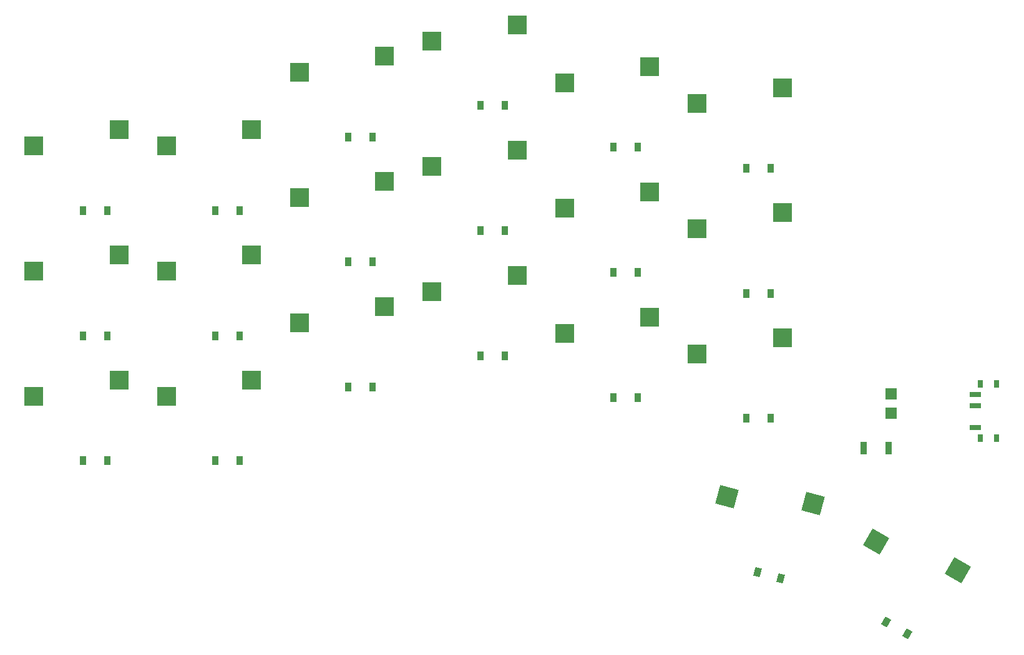
<source format=gbr>
%TF.GenerationSoftware,KiCad,Pcbnew,(7.0.0-0)*%
%TF.CreationDate,2023-02-19T20:14:33+01:00*%
%TF.ProjectId,karlkb_6x3,6b61726c-6b62-45f3-9678-332e6b696361,v0.1*%
%TF.SameCoordinates,Original*%
%TF.FileFunction,Paste,Top*%
%TF.FilePolarity,Positive*%
%FSLAX46Y46*%
G04 Gerber Fmt 4.6, Leading zero omitted, Abs format (unit mm)*
G04 Created by KiCad (PCBNEW (7.0.0-0)) date 2023-02-19 20:14:33*
%MOMM*%
%LPD*%
G01*
G04 APERTURE LIST*
G04 Aperture macros list*
%AMRotRect*
0 Rectangle, with rotation*
0 The origin of the aperture is its center*
0 $1 length*
0 $2 width*
0 $3 Rotation angle, in degrees counterclockwise*
0 Add horizontal line*
21,1,$1,$2,0,0,$3*%
G04 Aperture macros list end*
%ADD10R,2.600000X2.600000*%
%ADD11RotRect,2.600000X2.600000X345.000000*%
%ADD12RotRect,2.600000X2.600000X330.000000*%
%ADD13R,0.900000X1.200000*%
%ADD14RotRect,0.900000X1.200000X345.000000*%
%ADD15RotRect,0.900000X1.200000X330.000000*%
%ADD16R,1.500000X1.500000*%
%ADD17R,1.500000X0.700000*%
%ADD18R,0.800000X1.000000*%
%ADD19R,0.900000X1.700000*%
G04 APERTURE END LIST*
D10*
%TO.C,S1*%
X153274999Y-144049999D03*
X141724999Y-146249999D03*
%TD*%
%TO.C,S2*%
X153274999Y-127049999D03*
X141724999Y-129249999D03*
%TD*%
%TO.C,S3*%
X153274999Y-110049999D03*
X141724999Y-112249999D03*
%TD*%
%TO.C,S4*%
X171274999Y-144049999D03*
X159724999Y-146249999D03*
%TD*%
%TO.C,S5*%
X171274999Y-127049999D03*
X159724999Y-129249999D03*
%TD*%
%TO.C,S6*%
X171274999Y-110049999D03*
X159724999Y-112249999D03*
%TD*%
%TO.C,S7*%
X189274999Y-134049999D03*
X177724999Y-136249999D03*
%TD*%
%TO.C,S8*%
X189274999Y-117049999D03*
X177724999Y-119249999D03*
%TD*%
%TO.C,S9*%
X189274999Y-100049999D03*
X177724999Y-102249999D03*
%TD*%
%TO.C,S10*%
X207274999Y-129799999D03*
X195724999Y-131999999D03*
%TD*%
%TO.C,S11*%
X207274999Y-112799999D03*
X195724999Y-114999999D03*
%TD*%
%TO.C,S12*%
X207274999Y-95799999D03*
X195724999Y-97999999D03*
%TD*%
%TO.C,S13*%
X225274999Y-135466666D03*
X213724999Y-137666666D03*
%TD*%
%TO.C,S14*%
X225274999Y-118466666D03*
X213724999Y-120666666D03*
%TD*%
%TO.C,S15*%
X225274999Y-101466666D03*
X213724999Y-103666666D03*
%TD*%
%TO.C,S16*%
X243274999Y-138299999D03*
X231724999Y-140499999D03*
%TD*%
%TO.C,S17*%
X243274999Y-121299999D03*
X231724999Y-123499999D03*
%TD*%
%TO.C,S18*%
X243274999Y-104299999D03*
X231724999Y-106499999D03*
%TD*%
D11*
%TO.C,S19*%
X247476658Y-160785227D03*
X235750813Y-159920904D03*
%TD*%
D12*
%TO.C,S20*%
X267122110Y-169848027D03*
X256019517Y-165978283D03*
%TD*%
D13*
%TO.C,D1*%
X148349999Y-154999999D03*
X151649999Y-154999999D03*
%TD*%
%TO.C,D2*%
X148349999Y-137999999D03*
X151649999Y-137999999D03*
%TD*%
%TO.C,D3*%
X148349999Y-120999999D03*
X151649999Y-120999999D03*
%TD*%
%TO.C,D4*%
X166349999Y-154999999D03*
X169649999Y-154999999D03*
%TD*%
%TO.C,D5*%
X166349999Y-137999999D03*
X169649999Y-137999999D03*
%TD*%
%TO.C,D6*%
X166349999Y-120999999D03*
X169649999Y-120999999D03*
%TD*%
%TO.C,D7*%
X184349999Y-144999999D03*
X187649999Y-144999999D03*
%TD*%
%TO.C,D8*%
X184349999Y-127999999D03*
X187649999Y-127999999D03*
%TD*%
%TO.C,D9*%
X184349999Y-110999999D03*
X187649999Y-110999999D03*
%TD*%
%TO.C,D10*%
X202349999Y-140749999D03*
X205649999Y-140749999D03*
%TD*%
%TO.C,D11*%
X202349999Y-123749999D03*
X205649999Y-123749999D03*
%TD*%
%TO.C,D12*%
X202349999Y-106749999D03*
X205649999Y-106749999D03*
%TD*%
%TO.C,D13*%
X220349999Y-146416666D03*
X223649999Y-146416666D03*
%TD*%
%TO.C,D14*%
X220349999Y-129416666D03*
X223649999Y-129416666D03*
%TD*%
%TO.C,D15*%
X220349999Y-112416666D03*
X223649999Y-112416666D03*
%TD*%
%TO.C,D16*%
X238349999Y-149249999D03*
X241649999Y-149249999D03*
%TD*%
%TO.C,D17*%
X238349999Y-132249999D03*
X241649999Y-132249999D03*
%TD*%
%TO.C,D18*%
X238349999Y-115249999D03*
X241649999Y-115249999D03*
%TD*%
D14*
%TO.C,D19*%
X239885405Y-170087431D03*
X243072961Y-170941533D03*
%TD*%
D15*
%TO.C,D20*%
X257381935Y-176868505D03*
X260239819Y-178518505D03*
%TD*%
D16*
%TO.C,PAD1*%
X257999999Y-145949999D03*
%TD*%
%TO.C,PAD2*%
X257999999Y-148549999D03*
%TD*%
D17*
%TO.C,_3*%
X269469999Y-150499999D03*
X269469999Y-147499999D03*
X269469999Y-145999999D03*
D18*
X272329999Y-151899999D03*
X272329999Y-144599999D03*
X270119999Y-144599999D03*
X270119999Y-151899999D03*
%TD*%
D19*
%TO.C,_4_B*%
X257699999Y-153249999D03*
X254299999Y-153249999D03*
%TD*%
M02*

</source>
